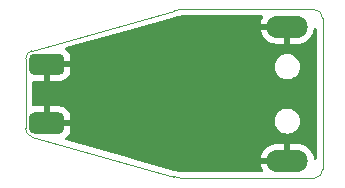
<source format=gbl>
%TF.GenerationSoftware,KiCad,Pcbnew,(6.0.4-0)*%
%TF.CreationDate,2022-06-01T18:17:49+12:00*%
%TF.ProjectId,usba_caddy,75736261-5f63-4616-9464-792e6b696361,rev?*%
%TF.SameCoordinates,PX6bf4b80PY4944400*%
%TF.FileFunction,Copper,L2,Bot*%
%TF.FilePolarity,Positive*%
%FSLAX46Y46*%
G04 Gerber Fmt 4.6, Leading zero omitted, Abs format (unit mm)*
G04 Created by KiCad (PCBNEW (6.0.4-0)) date 2022-06-01 18:17:49*
%MOMM*%
%LPD*%
G01*
G04 APERTURE LIST*
%TA.AperFunction,Profile*%
%ADD10C,0.100000*%
%TD*%
%TA.AperFunction,ComponentPad*%
%ADD11O,3.500000X1.900000*%
%TD*%
G04 APERTURE END LIST*
D10*
X4025005Y14299979D02*
G75*
G03*
X3500000Y13625000I171395J-674979D01*
G01*
X16050000Y17675000D02*
X4025000Y14300000D01*
X16025000Y3650000D02*
X4000000Y7025000D01*
X27900000Y3500000D02*
G75*
G03*
X28650000Y4250000I0J750000D01*
G01*
X16024998Y3649996D02*
G75*
G03*
X16700000Y3500000I675002J1443804D01*
G01*
X28650000Y4250000D02*
X28650000Y17050000D01*
X28650000Y17050000D02*
G75*
G03*
X27900000Y17800000I-750000J0D01*
G01*
X16700000Y3500000D02*
X27900000Y3500000D01*
X3500482Y7724983D02*
G75*
G03*
X4000000Y7025000I704918J-25183D01*
G01*
X3500000Y7725000D02*
X3500000Y13625000D01*
X27900000Y17800000D02*
X16700000Y17800000D01*
X16700000Y17800000D02*
G75*
G03*
X16050000Y17675000I0J-1752500D01*
G01*
D11*
%TO.P,USBA_PLUG,5*%
%TO.N,shield*%
X25650000Y16350000D03*
X25650000Y4950000D03*
%TD*%
%TO.P,,1*%
%TO.N,shield*%
%TA.AperFunction,ComponentPad*%
G36*
G01*
X6325000Y12250000D02*
X4225000Y12250000D01*
G75*
G02*
X3775000Y12700000I0J450000D01*
G01*
X3775000Y13600000D01*
G75*
G02*
X4225000Y14050000I450000J0D01*
G01*
X6325000Y14050000D01*
G75*
G02*
X6775000Y13600000I0J-450000D01*
G01*
X6775000Y12700000D01*
G75*
G02*
X6325000Y12250000I-450000J0D01*
G01*
G37*
%TD.AperFunction*%
%TD*%
%TO.P,,1*%
%TO.N,shield*%
%TA.AperFunction,ComponentPad*%
G36*
G01*
X6324999Y7275000D02*
X4224999Y7275000D01*
G75*
G02*
X3774999Y7725000I0J450000D01*
G01*
X3774999Y8625000D01*
G75*
G02*
X4224999Y9075000I450000J0D01*
G01*
X6324999Y9075000D01*
G75*
G02*
X6774999Y8625000I0J-450000D01*
G01*
X6774999Y7725000D01*
G75*
G02*
X6324999Y7275000I-450000J0D01*
G01*
G37*
%TD.AperFunction*%
%TD*%
%TA.AperFunction,Conductor*%
%TO.N,shield*%
G36*
X23558888Y17271498D02*
G01*
X23605381Y17217842D01*
X23615485Y17147568D01*
X23601075Y17104606D01*
X23518074Y16954250D01*
X23513844Y16944838D01*
X23437264Y16728584D01*
X23434635Y16718634D01*
X23417393Y16621836D01*
X23418852Y16608540D01*
X23433408Y16604000D01*
X25778000Y16604000D01*
X25846121Y16583998D01*
X25892614Y16530342D01*
X25904000Y16478000D01*
X25904000Y14910115D01*
X25908475Y14894876D01*
X25909865Y14893671D01*
X25917548Y14892000D01*
X26508190Y14892000D01*
X26513363Y14892212D01*
X26683794Y14906224D01*
X26693956Y14907907D01*
X26916461Y14963796D01*
X26926216Y14967117D01*
X27136590Y15058591D01*
X27145688Y15063469D01*
X27338301Y15188075D01*
X27346461Y15194359D01*
X27516149Y15348763D01*
X27523170Y15356293D01*
X27665356Y15536332D01*
X27671061Y15544919D01*
X27781926Y15745750D01*
X27786156Y15755162D01*
X27862734Y15971409D01*
X27865368Y15981380D01*
X27891453Y16127823D01*
X27923091Y16191380D01*
X27984068Y16227744D01*
X28055025Y16225367D01*
X28113433Y16185006D01*
X28140748Y16119474D01*
X28141500Y16105727D01*
X28141500Y5191900D01*
X28121498Y5123779D01*
X28067842Y5077286D01*
X27997568Y5067182D01*
X27932988Y5096676D01*
X27894604Y5156402D01*
X27890950Y5172841D01*
X27873950Y5283933D01*
X27871561Y5293961D01*
X27800290Y5512016D01*
X27796293Y5521525D01*
X27690367Y5725007D01*
X27684873Y5733732D01*
X27547131Y5917187D01*
X27540288Y5924894D01*
X27374431Y6083391D01*
X27366425Y6089874D01*
X27176906Y6219155D01*
X27167947Y6224244D01*
X26959855Y6320837D01*
X26950187Y6324394D01*
X26729121Y6385701D01*
X26719001Y6387632D01*
X26531748Y6407644D01*
X26525056Y6408000D01*
X25922115Y6408000D01*
X25906876Y6403525D01*
X25905671Y6402135D01*
X25904000Y6394452D01*
X25904000Y4822000D01*
X25883998Y4753879D01*
X25830342Y4707386D01*
X25778000Y4696000D01*
X23431933Y4696000D01*
X23418589Y4692082D01*
X23416602Y4677806D01*
X23426050Y4616067D01*
X23428439Y4606039D01*
X23499710Y4387984D01*
X23503707Y4378475D01*
X23600426Y4192680D01*
X23614139Y4123021D01*
X23588014Y4057006D01*
X23530346Y4015594D01*
X23488663Y4008500D01*
X16749367Y4008500D01*
X16729982Y4010000D01*
X16715149Y4012310D01*
X16715145Y4012310D01*
X16706276Y4013691D01*
X16697374Y4012527D01*
X16697372Y4012527D01*
X16694273Y4012121D01*
X16691271Y4011729D01*
X16665762Y4011000D01*
X16616235Y4014616D01*
X16551529Y4019341D01*
X16533373Y4022006D01*
X16499021Y4029639D01*
X16397019Y4052306D01*
X16379458Y4057576D01*
X16279079Y4095868D01*
X16263784Y4103794D01*
X16263777Y4103780D01*
X16255692Y4107681D01*
X16248242Y4112689D01*
X16215390Y4123114D01*
X16209610Y4125341D01*
X16209552Y4125182D01*
X16204986Y4126853D01*
X16200549Y4128878D01*
X16173817Y4136381D01*
X16169808Y4137580D01*
X16117960Y4154034D01*
X16109408Y4156748D01*
X16102398Y4156908D01*
X16094052Y4158769D01*
X12539520Y5156402D01*
X12306381Y5221836D01*
X23417393Y5221836D01*
X23418852Y5208540D01*
X23433408Y5204000D01*
X25377885Y5204000D01*
X25393124Y5208475D01*
X25394329Y5209865D01*
X25396000Y5217548D01*
X25396000Y6389885D01*
X25391525Y6405124D01*
X25390135Y6406329D01*
X25382452Y6408000D01*
X24791810Y6408000D01*
X24786637Y6407788D01*
X24616206Y6393776D01*
X24606044Y6392093D01*
X24383539Y6336204D01*
X24373784Y6332883D01*
X24163410Y6241409D01*
X24154312Y6236531D01*
X23961699Y6111925D01*
X23953539Y6105641D01*
X23783851Y5951237D01*
X23776830Y5943707D01*
X23634644Y5763668D01*
X23628939Y5755081D01*
X23518074Y5554250D01*
X23513844Y5544838D01*
X23437264Y5328584D01*
X23434635Y5318634D01*
X23417393Y5221836D01*
X12306381Y5221836D01*
X6934320Y6729587D01*
X6874141Y6767250D01*
X6843877Y6831473D01*
X6853139Y6901863D01*
X6888735Y6948540D01*
X7000961Y7040069D01*
X7009930Y7049038D01*
X7124876Y7189976D01*
X7131864Y7200574D01*
X7216118Y7361738D01*
X7220836Y7373533D01*
X7271068Y7548714D01*
X7273254Y7560451D01*
X7282750Y7666845D01*
X7282999Y7672440D01*
X7282999Y7902885D01*
X7278524Y7918124D01*
X7277134Y7919329D01*
X7269451Y7921000D01*
X5146999Y7921000D01*
X5078878Y7941002D01*
X5032385Y7994658D01*
X5020999Y8047000D01*
X5020999Y8357425D01*
X24586404Y8357425D01*
X24605218Y8150697D01*
X24606956Y8144791D01*
X24606957Y8144787D01*
X24650473Y7996932D01*
X24663827Y7951560D01*
X24759999Y7767600D01*
X24890071Y7605823D01*
X24894788Y7601865D01*
X24894790Y7601863D01*
X24994620Y7518096D01*
X25049089Y7472391D01*
X25054481Y7469427D01*
X25054485Y7469424D01*
X25225598Y7375354D01*
X25230995Y7372387D01*
X25428861Y7309621D01*
X25434978Y7308935D01*
X25434982Y7308934D01*
X25511598Y7300341D01*
X25590413Y7291500D01*
X25702237Y7291500D01*
X25705293Y7291800D01*
X25705300Y7291800D01*
X25850466Y7306034D01*
X25850469Y7306035D01*
X25856592Y7306635D01*
X25997285Y7349112D01*
X26049407Y7364848D01*
X26049410Y7364849D01*
X26055315Y7366632D01*
X26062635Y7370524D01*
X26233153Y7461191D01*
X26233155Y7461192D01*
X26238599Y7464087D01*
X26336721Y7544113D01*
X26394689Y7591390D01*
X26394692Y7591393D01*
X26399464Y7595285D01*
X26531783Y7755230D01*
X26535876Y7762799D01*
X26627584Y7932410D01*
X26627586Y7932415D01*
X26630514Y7937830D01*
X26691898Y8136129D01*
X26693429Y8150697D01*
X26712952Y8336446D01*
X26712952Y8336448D01*
X26713596Y8342575D01*
X26694782Y8549303D01*
X26692298Y8557745D01*
X26637912Y8742531D01*
X26636173Y8748440D01*
X26540001Y8932400D01*
X26409929Y9094177D01*
X26397371Y9104715D01*
X26255629Y9223650D01*
X26250911Y9227609D01*
X26245519Y9230573D01*
X26245515Y9230576D01*
X26074402Y9324646D01*
X26069005Y9327613D01*
X25871139Y9390379D01*
X25865022Y9391065D01*
X25865018Y9391066D01*
X25788402Y9399659D01*
X25709587Y9408500D01*
X25597763Y9408500D01*
X25594707Y9408200D01*
X25594700Y9408200D01*
X25449534Y9393966D01*
X25449531Y9393965D01*
X25443408Y9393365D01*
X25311454Y9353526D01*
X25250593Y9335152D01*
X25250590Y9335151D01*
X25244685Y9333368D01*
X25239240Y9330473D01*
X25239238Y9330472D01*
X25066847Y9238809D01*
X25066845Y9238808D01*
X25061401Y9235913D01*
X25046365Y9223650D01*
X24905311Y9108610D01*
X24905308Y9108607D01*
X24900536Y9104715D01*
X24768217Y8944770D01*
X24765288Y8939353D01*
X24765286Y8939350D01*
X24672416Y8767590D01*
X24672414Y8767585D01*
X24669486Y8762170D01*
X24608102Y8563871D01*
X24607458Y8557746D01*
X24607458Y8557745D01*
X24595351Y8442548D01*
X24586404Y8357425D01*
X5020999Y8357425D01*
X5020999Y8447115D01*
X5528999Y8447115D01*
X5533474Y8431876D01*
X5534864Y8430671D01*
X5542547Y8429000D01*
X7264884Y8429000D01*
X7280123Y8433475D01*
X7281328Y8434865D01*
X7282999Y8442548D01*
X7282999Y8677560D01*
X7282750Y8683155D01*
X7273254Y8789549D01*
X7271068Y8801286D01*
X7220836Y8976467D01*
X7216118Y8988262D01*
X7131864Y9149426D01*
X7124876Y9160024D01*
X7009930Y9300962D01*
X7000961Y9309931D01*
X6860023Y9424877D01*
X6849425Y9431865D01*
X6688261Y9516119D01*
X6676466Y9520837D01*
X6501285Y9571069D01*
X6489548Y9573255D01*
X6383154Y9582751D01*
X6377559Y9583000D01*
X5547114Y9583000D01*
X5531875Y9578525D01*
X5530670Y9577135D01*
X5528999Y9569452D01*
X5528999Y8447115D01*
X5020999Y8447115D01*
X5020999Y9564885D01*
X5016524Y9580124D01*
X5015134Y9581329D01*
X5007451Y9583000D01*
X4172439Y9583000D01*
X4166840Y9582751D01*
X4145699Y9580864D01*
X4076070Y9594732D01*
X4024992Y9644042D01*
X4008500Y9706365D01*
X4008500Y11618635D01*
X4028502Y11686756D01*
X4082158Y11733249D01*
X4145699Y11744136D01*
X4166840Y11742249D01*
X4172440Y11742000D01*
X5002885Y11742000D01*
X5018124Y11746475D01*
X5019329Y11747865D01*
X5021000Y11755548D01*
X5021000Y11760115D01*
X5529000Y11760115D01*
X5533475Y11744876D01*
X5534865Y11743671D01*
X5542548Y11742000D01*
X6377560Y11742000D01*
X6383155Y11742249D01*
X6489549Y11751745D01*
X6501286Y11753931D01*
X6676467Y11804163D01*
X6688262Y11808881D01*
X6849426Y11893135D01*
X6860024Y11900123D01*
X7000962Y12015069D01*
X7009931Y12024038D01*
X7124877Y12164976D01*
X7131865Y12175574D01*
X7216119Y12336738D01*
X7220837Y12348533D01*
X7271069Y12523714D01*
X7273255Y12535451D01*
X7282751Y12641845D01*
X7283000Y12647440D01*
X7283000Y12877885D01*
X7278525Y12893124D01*
X7277135Y12894329D01*
X7269452Y12896000D01*
X5547115Y12896000D01*
X5531876Y12891525D01*
X5530671Y12890135D01*
X5529000Y12882452D01*
X5529000Y11760115D01*
X5021000Y11760115D01*
X5021000Y12957425D01*
X24586404Y12957425D01*
X24605218Y12750697D01*
X24606956Y12744791D01*
X24606957Y12744787D01*
X24635608Y12647440D01*
X24663827Y12551560D01*
X24759999Y12367600D01*
X24890071Y12205823D01*
X24894788Y12201865D01*
X24894790Y12201863D01*
X24998681Y12114688D01*
X25049089Y12072391D01*
X25054481Y12069427D01*
X25054485Y12069424D01*
X25137042Y12024038D01*
X25230995Y11972387D01*
X25428861Y11909621D01*
X25434978Y11908935D01*
X25434982Y11908934D01*
X25511598Y11900341D01*
X25590413Y11891500D01*
X25702237Y11891500D01*
X25705293Y11891800D01*
X25705300Y11891800D01*
X25850466Y11906034D01*
X25850469Y11906035D01*
X25856592Y11906635D01*
X25988546Y11946474D01*
X26049407Y11964848D01*
X26049410Y11964849D01*
X26055315Y11966632D01*
X26062635Y11970524D01*
X26233153Y12061191D01*
X26233155Y12061192D01*
X26238599Y12064087D01*
X26298471Y12112917D01*
X26394689Y12191390D01*
X26394692Y12191393D01*
X26399464Y12195285D01*
X26531783Y12355230D01*
X26535876Y12362799D01*
X26627584Y12532410D01*
X26627586Y12532415D01*
X26630514Y12537830D01*
X26691898Y12736129D01*
X26693429Y12750697D01*
X26712952Y12936446D01*
X26712952Y12936448D01*
X26713596Y12942575D01*
X26694782Y13149303D01*
X26692298Y13157745D01*
X26637912Y13342531D01*
X26636173Y13348440D01*
X26540001Y13532400D01*
X26409929Y13694177D01*
X26397371Y13704715D01*
X26255629Y13823650D01*
X26250911Y13827609D01*
X26245519Y13830573D01*
X26245515Y13830576D01*
X26074402Y13924646D01*
X26069005Y13927613D01*
X25871139Y13990379D01*
X25865022Y13991065D01*
X25865018Y13991066D01*
X25788402Y13999659D01*
X25709587Y14008500D01*
X25597763Y14008500D01*
X25594707Y14008200D01*
X25594700Y14008200D01*
X25449534Y13993966D01*
X25449531Y13993965D01*
X25443408Y13993365D01*
X25311454Y13953526D01*
X25250593Y13935152D01*
X25250590Y13935151D01*
X25244685Y13933368D01*
X25239240Y13930473D01*
X25239238Y13930472D01*
X25066847Y13838809D01*
X25066845Y13838808D01*
X25061401Y13835913D01*
X25046365Y13823650D01*
X24905311Y13708610D01*
X24905308Y13708607D01*
X24900536Y13704715D01*
X24896608Y13699967D01*
X24896607Y13699966D01*
X24806941Y13591579D01*
X24768217Y13544770D01*
X24765288Y13539353D01*
X24765286Y13539350D01*
X24672416Y13367590D01*
X24672414Y13367585D01*
X24669486Y13362170D01*
X24608102Y13163871D01*
X24607458Y13157746D01*
X24607458Y13157745D01*
X24605926Y13143164D01*
X24586404Y12957425D01*
X5021000Y12957425D01*
X5021000Y13278000D01*
X5041002Y13346121D01*
X5094658Y13392614D01*
X5147000Y13404000D01*
X7264885Y13404000D01*
X7280124Y13408475D01*
X7281329Y13409865D01*
X7283000Y13417548D01*
X7283000Y13652560D01*
X7282751Y13658155D01*
X7273255Y13764549D01*
X7271069Y13776286D01*
X7220837Y13951467D01*
X7216119Y13963262D01*
X7131865Y14124426D01*
X7124877Y14135024D01*
X7009931Y14275962D01*
X7000958Y14284935D01*
X6895138Y14371239D01*
X6854990Y14429793D01*
X6852872Y14500758D01*
X6889457Y14561603D01*
X6940725Y14590194D01*
X12241031Y16077806D01*
X23416602Y16077806D01*
X23426050Y16016067D01*
X23428439Y16006039D01*
X23499710Y15787984D01*
X23503707Y15778475D01*
X23609633Y15574993D01*
X23615127Y15566268D01*
X23752869Y15382813D01*
X23759712Y15375106D01*
X23925569Y15216609D01*
X23933575Y15210126D01*
X24123094Y15080845D01*
X24132053Y15075756D01*
X24340145Y14979163D01*
X24349813Y14975606D01*
X24570879Y14914299D01*
X24580999Y14912368D01*
X24768252Y14892356D01*
X24774944Y14892000D01*
X25377885Y14892000D01*
X25393124Y14896475D01*
X25394329Y14897865D01*
X25396000Y14905548D01*
X25396000Y16077885D01*
X25391525Y16093124D01*
X25390135Y16094329D01*
X25382452Y16096000D01*
X23431933Y16096000D01*
X23418589Y16092082D01*
X23416602Y16077806D01*
X12241031Y16077806D01*
X16171884Y17181060D01*
X16177758Y17182558D01*
X16225955Y17193615D01*
X16234699Y17195621D01*
X16243611Y17200606D01*
X16249370Y17203827D01*
X16271650Y17213599D01*
X16284600Y17217842D01*
X16380639Y17249311D01*
X16396072Y17253307D01*
X16503841Y17274032D01*
X16535016Y17280027D01*
X16550837Y17282041D01*
X16658099Y17288843D01*
X16682852Y17287715D01*
X16684852Y17287691D01*
X16693724Y17286309D01*
X16702626Y17287473D01*
X16702628Y17287473D01*
X16717677Y17289441D01*
X16725286Y17290436D01*
X16741621Y17291500D01*
X23490767Y17291500D01*
X23558888Y17271498D01*
G37*
%TD.AperFunction*%
%TD*%
M02*

</source>
